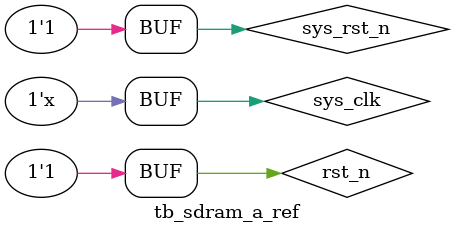
<source format=v>
/*
 * @Author: bit_stream 
 * @Date: 2024-12-14 15:44:44 
 * @Last Modified by: bit_stream
 * @Last Modified time: 2024-12-14 17:20:08
 */

`timescale  1ns/1ns
module  tb_sdram_a_ref();


wire            rst_n           ;   //复位信号,低有效
//sdram_init
wire    [3:0]   init_cmd        ;   //初始化阶段指令
wire    [1:0]   init_ba         ;   //初始化阶段L-Bank地址
wire    [12:0]  init_addr       ;   //初始化阶段地址总线
wire            init_end        ;   //初始化完成信号

//sdram_a_ref
wire            a_ref_req        ;   //自动刷新请求
wire            a_ref_end        ;   //自动刷新结束
wire    [3:0]   a_ref_cmd        ;   //自动刷新阶段指令
wire    [1:0]   a_ref_ba         ;   //自动刷新阶段L-Bank地址
wire    [12:0]  a_ref_addr       ;   //自动刷新阶段地址总线

//reg define
reg             sys_clk         ;   //系统时钟
reg             sys_rst_n       ;   //复位信号
reg             a_ref_en         ;   //自动刷新使能


//defparam
//重定义仿真模型中的相关参数
defparam sdram_model_plus_inst.addr_bits = 13;          //地址位宽
defparam sdram_model_plus_inst.data_bits = 16;          //数据位宽
defparam sdram_model_plus_inst.col_bits  = 9;           //列地址位宽
defparam sdram_model_plus_inst.mem_sizes = 2*1024*1024; //L-Bank容量



//时钟、复位信号
initial
  begin
    sys_clk     =   1'b1  ;
    sys_rst_n   <=  1'b0  ;
    #200
    sys_rst_n   <=  1'b1  ;
  end

always  #5 sys_clk = ~sys_clk;

//rst_n:复位信号
assign  rst_n = sys_rst_n;


//a_ref_en:自动刷新使能
always@(posedge sys_clk or negedge rst_n)
    if(rst_n == 1'b0)
        a_ref_en <=  1'b0;
    else    if((init_end == 1'b1) && (a_ref_req == 1'b1))
        a_ref_en <=  1'b1;
    else    if(a_ref_end == 1'b1)
        a_ref_en <=  1'b0;

//sdram_cmd,sdram_ba,sdram_addr

wire    [3:0]   sdram_cmd        ;   
wire    [1:0]   sdram_ba         ;   
wire    [12:0]  sdram_addr       ;   

assign  sdram_cmd = (init_end == 1'b1) ? a_ref_cmd : init_cmd;
assign  sdram_ba = (init_end == 1'b1) ? a_ref_ba : init_ba;
assign  sdram_addr = (init_end == 1'b1) ? a_ref_addr : init_addr;


//------------- sdram_init_inst -------------
sdram_init  sdram_init_inst(

    .sys_clk    (sys_clk   ),
    .sys_rst_n  (rst_n      ),

    .init_cmd   (init_cmd   ),
    .init_ba    (init_ba    ),
    .init_addr  (init_addr  ),
    .init_end   (init_end   )

);


//------------- sdram_a_ref_inst -------------
sdram_a_ref sdram_a_ref_inst(

    .sys_clk     (sys_clk  ),
    .sys_rst_n   (rst_n     ),
    .init_end    (init_end  ),
    .a_ref_en     (a_ref_en   ),

    .a_ref_req    (a_ref_req  ),
    .a_ref_cmd    (a_ref_cmd  ),
    .a_ref_ba     (a_ref_ba   ),
    .a_ref_addr   (a_ref_addr ),
    .a_ref_end    (a_ref_end  )

);

//-------------sdram_model_plus_inst-------------
sdram_model_plus    sdram_model_plus_inst(
    .Dq     (               ),
    .Addr   (sdram_addr     ),
    .Ba     (sdram_ba       ),
    .Clk    (sys_clk ),
    .Cke    (1'b1           ),
    .Cs_n   (sdram_cmd[3]   ),
    .Ras_n  (sdram_cmd[2]   ),
    .Cas_n  (sdram_cmd[1]   ),
    .We_n   (sdram_cmd[0]   ),
    .Dqm    (2'b0           ),
    .Debug  (1'b1           )

);

endmodule
</source>
